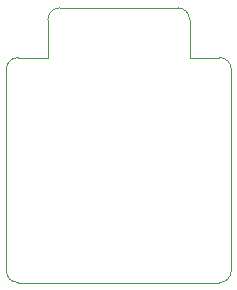
<source format=gbr>
%TF.GenerationSoftware,KiCad,Pcbnew,(5.99.0-12118-g897269f33f)*%
%TF.CreationDate,2021-09-15T19:12:53-04:00*%
%TF.ProjectId,why,7768792e-6b69-4636-9164-5f7063625858,rev?*%
%TF.SameCoordinates,Original*%
%TF.FileFunction,Profile,NP*%
%FSLAX46Y46*%
G04 Gerber Fmt 4.6, Leading zero omitted, Abs format (unit mm)*
G04 Created by KiCad (PCBNEW (5.99.0-12118-g897269f33f)) date 2021-09-15 19:12:53*
%MOMM*%
%LPD*%
G01*
G04 APERTURE LIST*
%TA.AperFunction,Profile*%
%ADD10C,0.100000*%
%TD*%
G04 APERTURE END LIST*
D10*
X151000000Y-119050000D02*
G75*
G02*
X150000000Y-118050000I0J1000000D01*
G01*
X169050000Y-118050000D02*
G75*
G02*
X168050000Y-119050000I-1000000J0D01*
G01*
X168050000Y-100000000D02*
G75*
G02*
X169050000Y-101000000I0J-1000000D01*
G01*
X150000000Y-101000000D02*
G75*
G02*
X151000000Y-100000000I1000000J0D01*
G01*
X169050000Y-101000000D02*
X169050000Y-118050000D01*
X150000000Y-101000000D02*
X150000000Y-118050000D01*
X151000000Y-119050000D02*
X168050000Y-119050000D01*
X165525000Y-100000000D02*
X168050000Y-100000000D01*
X151000000Y-100000000D02*
X153525000Y-100000000D01*
X164525000Y-95790000D02*
G75*
G02*
X165525000Y-96790000I0J-1000000D01*
G01*
X153525000Y-96790000D02*
G75*
G02*
X154525000Y-95790000I1000000J0D01*
G01*
X154525000Y-95790000D02*
X164525000Y-95790000D01*
X165525000Y-96790000D02*
X165525000Y-100000000D01*
X153525000Y-96790000D02*
X153525000Y-100000000D01*
M02*

</source>
